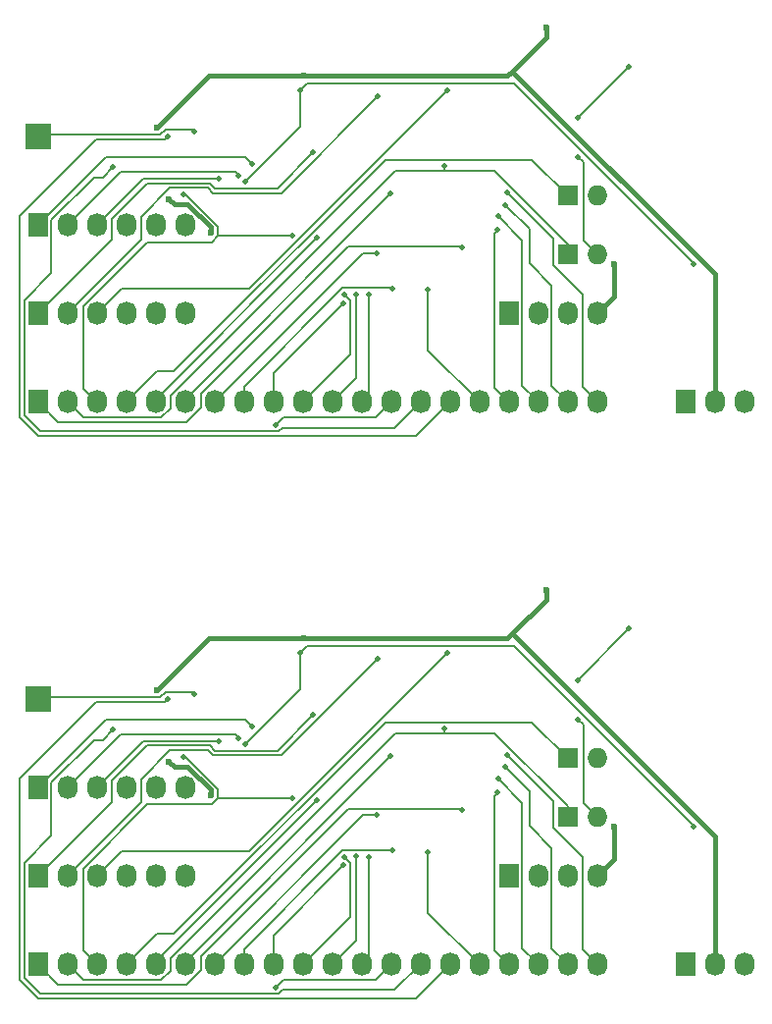
<source format=gbl>
G04 #@! TF.FileFunction,Copper,L2,Bot,Signal*
%FSLAX46Y46*%
G04 Gerber Fmt 4.6, Leading zero omitted, Abs format (unit mm)*
G04 Created by KiCad (PCBNEW 4.0.1-stable) date 2017/02/23 14:55:37*
%MOMM*%
G01*
G04 APERTURE LIST*
%ADD10C,0.100000*%
%ADD11R,1.727200X2.032000*%
%ADD12O,1.727200X2.032000*%
%ADD13R,2.235200X2.235200*%
%ADD14R,1.727200X1.727200*%
%ADD15O,1.727200X1.727200*%
%ADD16C,0.600000*%
%ADD17C,0.500000*%
%ADD18C,0.400000*%
%ADD19C,0.200000*%
G04 APERTURE END LIST*
D10*
D11*
X167640000Y-63260000D03*
D12*
X170180000Y-63260000D03*
X172720000Y-63260000D03*
X175260000Y-63260000D03*
D13*
X127000000Y-48020000D03*
D14*
X172720000Y-58180000D03*
D15*
X175260000Y-58180000D03*
D14*
X172720000Y-53100000D03*
D15*
X175260000Y-53100000D03*
D11*
X182880000Y-70880000D03*
D12*
X185420000Y-70880000D03*
X187960000Y-70880000D03*
D11*
X127000000Y-55640000D03*
D12*
X129540000Y-55640000D03*
X132080000Y-55640000D03*
X134620000Y-55640000D03*
X137160000Y-55640000D03*
X139700000Y-55640000D03*
D11*
X127000000Y-63260000D03*
D12*
X129540000Y-63260000D03*
X132080000Y-63260000D03*
X134620000Y-63260000D03*
X137160000Y-63260000D03*
X139700000Y-63260000D03*
D11*
X127000000Y-70880000D03*
D12*
X129540000Y-70880000D03*
X132080000Y-70880000D03*
X134620000Y-70880000D03*
X137160000Y-70880000D03*
X139700000Y-70880000D03*
X142240000Y-70880000D03*
X144780000Y-70880000D03*
X147320000Y-70880000D03*
X149860000Y-70880000D03*
X152400000Y-70880000D03*
X154940000Y-70880000D03*
X157480000Y-70880000D03*
X160020000Y-70880000D03*
X162560000Y-70880000D03*
X165100000Y-70880000D03*
X167640000Y-70880000D03*
X170180000Y-70880000D03*
X172720000Y-70880000D03*
X175260000Y-70880000D03*
D11*
X127000000Y-119380000D03*
D12*
X129540000Y-119380000D03*
X132080000Y-119380000D03*
X134620000Y-119380000D03*
X137160000Y-119380000D03*
X139700000Y-119380000D03*
X142240000Y-119380000D03*
X144780000Y-119380000D03*
X147320000Y-119380000D03*
X149860000Y-119380000D03*
X152400000Y-119380000D03*
X154940000Y-119380000D03*
X157480000Y-119380000D03*
X160020000Y-119380000D03*
X162560000Y-119380000D03*
X165100000Y-119380000D03*
X167640000Y-119380000D03*
X170180000Y-119380000D03*
X172720000Y-119380000D03*
X175260000Y-119380000D03*
D11*
X127000000Y-111760000D03*
D12*
X129540000Y-111760000D03*
X132080000Y-111760000D03*
X134620000Y-111760000D03*
X137160000Y-111760000D03*
X139700000Y-111760000D03*
D11*
X127000000Y-104140000D03*
D12*
X129540000Y-104140000D03*
X132080000Y-104140000D03*
X134620000Y-104140000D03*
X137160000Y-104140000D03*
X139700000Y-104140000D03*
D11*
X182880000Y-119380000D03*
D12*
X185420000Y-119380000D03*
X187960000Y-119380000D03*
D14*
X172720000Y-101600000D03*
D15*
X175260000Y-101600000D03*
D14*
X172720000Y-106680000D03*
D15*
X175260000Y-106680000D03*
D13*
X127000000Y-96520000D03*
D11*
X167640000Y-111760000D03*
D12*
X170180000Y-111760000D03*
X172720000Y-111760000D03*
X175260000Y-111760000D03*
D16*
X176751700Y-59004800D03*
X176751700Y-107504800D03*
X141895300Y-56258900D03*
X138317800Y-53421700D03*
X170899400Y-38610000D03*
X137299400Y-47258900D03*
X149949000Y-42770000D03*
X149949000Y-91270000D03*
X137299400Y-95758900D03*
X170899400Y-87110000D03*
X138317800Y-101921700D03*
X141895300Y-104758900D03*
D17*
X147521900Y-72872500D03*
X147521900Y-121372500D03*
X133480000Y-50640000D03*
X133480000Y-99140000D03*
X160655000Y-61218200D03*
X160655000Y-109718200D03*
X138172300Y-48028700D03*
X138172300Y-96528700D03*
X151068100Y-56740000D03*
X151068100Y-105240000D03*
X163566000Y-57545800D03*
X163566000Y-106045800D03*
X162086700Y-50567800D03*
X162086700Y-99067800D03*
X139574300Y-52971300D03*
X148927000Y-56542000D03*
X148927000Y-105042000D03*
X139574300Y-101471300D03*
X145507700Y-50390000D03*
X145507700Y-98890000D03*
X144322600Y-51360800D03*
X144322600Y-99860800D03*
X142650500Y-51620500D03*
X142650500Y-100120500D03*
X183612400Y-59006900D03*
X144873000Y-51911100D03*
X149622700Y-44040000D03*
X149622700Y-92540000D03*
X144873000Y-100411100D03*
X183612400Y-107506900D03*
X140519700Y-47564900D03*
X140519700Y-96064900D03*
X173635000Y-49738300D03*
X173635000Y-98238300D03*
X157422100Y-52930000D03*
X157422100Y-101430000D03*
X156199700Y-58022300D03*
X156199700Y-106522300D03*
X157584200Y-61076300D03*
X157584200Y-109576300D03*
X153387200Y-62343700D03*
X153387200Y-110843700D03*
X153488900Y-61642400D03*
X153488900Y-110142400D03*
X154433600Y-61583100D03*
X154433600Y-110083100D03*
X155575000Y-61608200D03*
X155575000Y-110108200D03*
X166695200Y-56068600D03*
X166695200Y-104568600D03*
X166702900Y-54835700D03*
X166702900Y-103335700D03*
X167326300Y-53876700D03*
X167326300Y-102376700D03*
X167465800Y-52800100D03*
X167465800Y-101300100D03*
X150755400Y-49354600D03*
X150755400Y-97854600D03*
X156365200Y-44546700D03*
X156365200Y-93046700D03*
X162312300Y-43996400D03*
X162312300Y-92496400D03*
X173568500Y-46386300D03*
X178019100Y-41935700D03*
X178019100Y-90435700D03*
X173568500Y-94886300D03*
D18*
X175260000Y-63260000D02*
X176751700Y-61768300D01*
X176751700Y-61768300D02*
X176751700Y-59004800D01*
X176751700Y-110268300D02*
X176751700Y-107504800D01*
X175260000Y-111760000D02*
X176751700Y-110268300D01*
X138317800Y-53421700D02*
X138760600Y-53864500D01*
X138760600Y-53864500D02*
X139940600Y-53864500D01*
X139940600Y-53864500D02*
X141895300Y-55819200D01*
X141895300Y-55819200D02*
X141895300Y-56258900D01*
X167952300Y-42360900D02*
X170899400Y-39413800D01*
X170899400Y-39413800D02*
X170899400Y-38610000D01*
X149949000Y-42770000D02*
X167543200Y-42770000D01*
X167543200Y-42770000D02*
X167952300Y-42360900D01*
X167952300Y-42360900D02*
X185420000Y-59828600D01*
X185420000Y-59828600D02*
X185420000Y-70880000D01*
X137299400Y-47258900D02*
X141788300Y-42770000D01*
X141788300Y-42770000D02*
X149949000Y-42770000D01*
X141788300Y-91270000D02*
X149949000Y-91270000D01*
X137299400Y-95758900D02*
X141788300Y-91270000D01*
X185420000Y-108328600D02*
X185420000Y-119380000D01*
X167952300Y-90860900D02*
X185420000Y-108328600D01*
X167543200Y-91270000D02*
X167952300Y-90860900D01*
X149949000Y-91270000D02*
X167543200Y-91270000D01*
X170899400Y-87913800D02*
X170899400Y-87110000D01*
X167952300Y-90860900D02*
X170899400Y-87913800D01*
X141895300Y-104319200D02*
X141895300Y-104758900D01*
X139940600Y-102364500D02*
X141895300Y-104319200D01*
X138760600Y-102364500D02*
X139940600Y-102364500D01*
X138317800Y-101921700D02*
X138760600Y-102364500D01*
D19*
X157480000Y-70880000D02*
X156163600Y-72196400D01*
X156163600Y-72196400D02*
X148198000Y-72196400D01*
X148198000Y-72196400D02*
X147521900Y-72872500D01*
X148198000Y-120696400D02*
X147521900Y-121372500D01*
X156163600Y-120696400D02*
X148198000Y-120696400D01*
X157480000Y-119380000D02*
X156163600Y-120696400D01*
X131855750Y-51515750D02*
X128164000Y-55207500D01*
X128164000Y-55207500D02*
X128164000Y-59791600D01*
X128164000Y-59791600D02*
X125836100Y-62119500D01*
X125836100Y-62119500D02*
X125836100Y-72047000D01*
X125836100Y-72047000D02*
X127211900Y-73422800D01*
X127211900Y-73422800D02*
X147749900Y-73422800D01*
X147749900Y-73422800D02*
X148076600Y-73096100D01*
X148076600Y-73096100D02*
X148076600Y-73096000D01*
X148076600Y-73096000D02*
X157804000Y-73096000D01*
X157804000Y-73096000D02*
X160020000Y-70880000D01*
X132604250Y-51515750D02*
X133480000Y-50640000D01*
X131855750Y-51515750D02*
X132604250Y-51515750D01*
X131855750Y-100015750D02*
X132604250Y-100015750D01*
X132604250Y-100015750D02*
X133480000Y-99140000D01*
X157804000Y-121596000D02*
X160020000Y-119380000D01*
X148076600Y-121596000D02*
X157804000Y-121596000D01*
X148076600Y-121596100D02*
X148076600Y-121596000D01*
X147749900Y-121922800D02*
X148076600Y-121596100D01*
X127211900Y-121922800D02*
X147749900Y-121922800D01*
X125836100Y-120547000D02*
X127211900Y-121922800D01*
X125836100Y-110619500D02*
X125836100Y-120547000D01*
X128164000Y-108291600D02*
X125836100Y-110619500D01*
X128164000Y-103707500D02*
X128164000Y-108291600D01*
X131855750Y-100015750D02*
X128164000Y-103707500D01*
X165100000Y-70880000D02*
X160655000Y-66435000D01*
X160655000Y-66435000D02*
X160655000Y-61218200D01*
X160655000Y-114935000D02*
X160655000Y-109718200D01*
X165100000Y-119380000D02*
X160655000Y-114935000D01*
X138172300Y-48028700D02*
X137941500Y-48259500D01*
X137941500Y-48259500D02*
X131986800Y-48259500D01*
X131986800Y-48259500D02*
X125418100Y-54828200D01*
X125418100Y-54828200D02*
X125418100Y-72230300D01*
X125418100Y-72230300D02*
X127010900Y-73823100D01*
X127010900Y-73823100D02*
X159616900Y-73823100D01*
X159616900Y-73823100D02*
X162560000Y-70880000D01*
X159616900Y-122323100D02*
X162560000Y-119380000D01*
X127010900Y-122323100D02*
X159616900Y-122323100D01*
X125418100Y-120730300D02*
X127010900Y-122323100D01*
X125418100Y-103328200D02*
X125418100Y-120730300D01*
X131986800Y-96759500D02*
X125418100Y-103328200D01*
X137941500Y-96759500D02*
X131986800Y-96759500D01*
X138172300Y-96528700D02*
X137941500Y-96759500D01*
X137160000Y-70880000D02*
X137160000Y-70648100D01*
X137160000Y-70648100D02*
X151068100Y-56740000D01*
X137160000Y-119148100D02*
X151068100Y-105240000D01*
X137160000Y-119380000D02*
X137160000Y-119148100D01*
X127000000Y-70880000D02*
X128765100Y-72645100D01*
X128765100Y-72645100D02*
X139775100Y-72645100D01*
X139775100Y-72645100D02*
X141076000Y-71344200D01*
X141076000Y-71344200D02*
X141076000Y-70192800D01*
X141076000Y-70192800D02*
X153796800Y-57472000D01*
X153796800Y-57472000D02*
X163492200Y-57472000D01*
X163492200Y-57472000D02*
X163566000Y-57545800D01*
X163492200Y-105972000D02*
X163566000Y-106045800D01*
X153796800Y-105972000D02*
X163492200Y-105972000D01*
X141076000Y-118692800D02*
X153796800Y-105972000D01*
X141076000Y-119844200D02*
X141076000Y-118692800D01*
X139775100Y-121145100D02*
X141076000Y-119844200D01*
X128765100Y-121145100D02*
X139775100Y-121145100D01*
X127000000Y-119380000D02*
X128765100Y-121145100D01*
X162086700Y-50939900D02*
X162086700Y-50567800D01*
X129540000Y-70880000D02*
X130904700Y-72244700D01*
X130904700Y-72244700D02*
X137617800Y-72244700D01*
X137617800Y-72244700D02*
X138430000Y-71432500D01*
X138430000Y-71432500D02*
X138430000Y-70351600D01*
X138430000Y-70351600D02*
X157841700Y-50939900D01*
X157841700Y-50939900D02*
X162086700Y-50939900D01*
X162086700Y-50939900D02*
X166394900Y-50939900D01*
X166394900Y-50939900D02*
X172720000Y-57265000D01*
X172720000Y-57265000D02*
X172720000Y-58180000D01*
X172720000Y-105765000D02*
X172720000Y-106680000D01*
X166394900Y-99439900D02*
X172720000Y-105765000D01*
X162086700Y-99439900D02*
X166394900Y-99439900D01*
X157841700Y-99439900D02*
X162086700Y-99439900D01*
X138430000Y-118851600D02*
X157841700Y-99439900D01*
X138430000Y-119932500D02*
X138430000Y-118851600D01*
X137617800Y-120744700D02*
X138430000Y-119932500D01*
X130904700Y-120744700D02*
X137617800Y-120744700D01*
X129540000Y-119380000D02*
X130904700Y-120744700D01*
X162086700Y-99439900D02*
X162086700Y-99067800D01*
X172720000Y-53100000D02*
X169621800Y-50001800D01*
X169621800Y-50001800D02*
X156965000Y-50001800D01*
X156965000Y-50001800D02*
X138745700Y-68221100D01*
X138745700Y-68221100D02*
X137278900Y-68221100D01*
X137278900Y-68221100D02*
X134620000Y-70880000D01*
X137278900Y-116721100D02*
X134620000Y-119380000D01*
X138745700Y-116721100D02*
X137278900Y-116721100D01*
X156965000Y-98501800D02*
X138745700Y-116721100D01*
X169621800Y-98501800D02*
X156965000Y-98501800D01*
X172720000Y-101600000D02*
X169621800Y-98501800D01*
X148927000Y-56542000D02*
X142551100Y-56542000D01*
X142551100Y-56542000D02*
X142551100Y-55767300D01*
X142551100Y-55767300D02*
X139755100Y-52971300D01*
X139755100Y-52971300D02*
X139574300Y-52971300D01*
X132080000Y-70880000D02*
X130912300Y-69712300D01*
X130912300Y-69712300D02*
X130912300Y-62619000D01*
X130912300Y-62619000D02*
X136436600Y-57094700D01*
X136436600Y-57094700D02*
X141998400Y-57094700D01*
X141998400Y-57094700D02*
X142551100Y-56542000D01*
X141998400Y-105594700D02*
X142551100Y-105042000D01*
X136436600Y-105594700D02*
X141998400Y-105594700D01*
X130912300Y-111119000D02*
X136436600Y-105594700D01*
X130912300Y-118212300D02*
X130912300Y-111119000D01*
X132080000Y-119380000D02*
X130912300Y-118212300D01*
X139755100Y-101471300D02*
X139574300Y-101471300D01*
X142551100Y-104267300D02*
X139755100Y-101471300D01*
X142551100Y-105042000D02*
X142551100Y-104267300D01*
X148927000Y-105042000D02*
X142551100Y-105042000D01*
X127000000Y-55640000D02*
X132853400Y-49786600D01*
X132853400Y-49786600D02*
X144904300Y-49786600D01*
X144904300Y-49786600D02*
X145507700Y-50390000D01*
X144904300Y-98286600D02*
X145507700Y-98890000D01*
X132853400Y-98286600D02*
X144904300Y-98286600D01*
X127000000Y-104140000D02*
X132853400Y-98286600D01*
X144322600Y-51360800D02*
X144032000Y-51070200D01*
X144032000Y-51070200D02*
X134109800Y-51070200D01*
X134109800Y-51070200D02*
X129540000Y-55640000D01*
X134109800Y-99570200D02*
X129540000Y-104140000D01*
X144032000Y-99570200D02*
X134109800Y-99570200D01*
X144322600Y-99860800D02*
X144032000Y-99570200D01*
X142650500Y-51620500D02*
X142650300Y-51620300D01*
X142650300Y-51620300D02*
X136099700Y-51620300D01*
X136099700Y-51620300D02*
X132080000Y-55640000D01*
X136099700Y-100120300D02*
X132080000Y-104140000D01*
X142650300Y-100120300D02*
X136099700Y-100120300D01*
X142650500Y-100120500D02*
X142650300Y-100120300D01*
X149622700Y-44040000D02*
X149622700Y-47161400D01*
X149622700Y-47161400D02*
X144873000Y-51911100D01*
X149622700Y-44040000D02*
X150246200Y-43416500D01*
X150246200Y-43416500D02*
X168098200Y-43416500D01*
X168098200Y-43416500D02*
X183612400Y-58930700D01*
X183612400Y-58930700D02*
X183612400Y-59006900D01*
X183612400Y-107430700D02*
X183612400Y-107506900D01*
X168098200Y-91916500D02*
X183612400Y-107430700D01*
X150246200Y-91916500D02*
X168098200Y-91916500D01*
X149622700Y-92540000D02*
X150246200Y-91916500D01*
X149622700Y-95661400D02*
X144873000Y-100411100D01*
X149622700Y-92540000D02*
X149622700Y-95661400D01*
X140519700Y-47564900D02*
X140359800Y-47405000D01*
X140359800Y-47405000D02*
X138002300Y-47405000D01*
X138002300Y-47405000D02*
X137548100Y-47859200D01*
X137548100Y-47859200D02*
X127160800Y-47859200D01*
X127160800Y-47859200D02*
X127000000Y-48020000D01*
X127160800Y-96359200D02*
X127000000Y-96520000D01*
X137548100Y-96359200D02*
X127160800Y-96359200D01*
X138002300Y-95905000D02*
X137548100Y-96359200D01*
X140359800Y-95905000D02*
X138002300Y-95905000D01*
X140519700Y-96064900D02*
X140359800Y-95905000D01*
X175260000Y-58180000D02*
X174065400Y-56985400D01*
X174065400Y-56985400D02*
X174065400Y-50168700D01*
X174065400Y-50168700D02*
X173635000Y-49738300D01*
X174065400Y-98668700D02*
X173635000Y-98238300D01*
X174065400Y-105485400D02*
X174065400Y-98668700D01*
X175260000Y-106680000D02*
X174065400Y-105485400D01*
X139700000Y-70880000D02*
X139700000Y-70652100D01*
X139700000Y-70652100D02*
X157422100Y-52930000D01*
X139700000Y-119152100D02*
X157422100Y-101430000D01*
X139700000Y-119380000D02*
X139700000Y-119152100D01*
X142240000Y-70880000D02*
X155097700Y-58022300D01*
X155097700Y-58022300D02*
X156199700Y-58022300D01*
X155097700Y-106522300D02*
X156199700Y-106522300D01*
X142240000Y-119380000D02*
X155097700Y-106522300D01*
X157584200Y-61076300D02*
X157540700Y-61032800D01*
X157540700Y-61032800D02*
X153320300Y-61032800D01*
X153320300Y-61032800D02*
X144780000Y-69573100D01*
X144780000Y-69573100D02*
X144780000Y-70880000D01*
X144780000Y-118073100D02*
X144780000Y-119380000D01*
X153320300Y-109532800D02*
X144780000Y-118073100D01*
X157540700Y-109532800D02*
X153320300Y-109532800D01*
X157584200Y-109576300D02*
X157540700Y-109532800D01*
X153387200Y-62343700D02*
X147320000Y-68410900D01*
X147320000Y-68410900D02*
X147320000Y-70880000D01*
X147320000Y-116910900D02*
X147320000Y-119380000D01*
X153387200Y-110843700D02*
X147320000Y-116910900D01*
X149860000Y-70880000D02*
X153937500Y-66802500D01*
X153937500Y-66802500D02*
X153937500Y-62115700D01*
X153937500Y-62115700D02*
X153609600Y-61787800D01*
X153609600Y-61787800D02*
X153609500Y-61787800D01*
X153609500Y-61787800D02*
X153609500Y-61763000D01*
X153609500Y-61763000D02*
X153488900Y-61642400D01*
X153609500Y-110263000D02*
X153488900Y-110142400D01*
X153609500Y-110287800D02*
X153609500Y-110263000D01*
X153609600Y-110287800D02*
X153609500Y-110287800D01*
X153937500Y-110615700D02*
X153609600Y-110287800D01*
X153937500Y-115302500D02*
X153937500Y-110615700D01*
X149860000Y-119380000D02*
X153937500Y-115302500D01*
X152400000Y-70880000D02*
X154433600Y-68846400D01*
X154433600Y-68846400D02*
X154433600Y-61583100D01*
X154433600Y-117346400D02*
X154433600Y-110083100D01*
X152400000Y-119380000D02*
X154433600Y-117346400D01*
X154940000Y-70880000D02*
X155575000Y-70245000D01*
X155575000Y-70245000D02*
X155575000Y-61608200D01*
X155575000Y-118745000D02*
X155575000Y-110108200D01*
X154940000Y-119380000D02*
X155575000Y-118745000D01*
X167640000Y-70880000D02*
X166420400Y-69660400D01*
X166420400Y-69660400D02*
X166420400Y-56343400D01*
X166420400Y-56343400D02*
X166695200Y-56068600D01*
X166420400Y-104843400D02*
X166695200Y-104568600D01*
X166420400Y-118160400D02*
X166420400Y-104843400D01*
X167640000Y-119380000D02*
X166420400Y-118160400D01*
X170180000Y-70880000D02*
X168804000Y-69504000D01*
X168804000Y-69504000D02*
X168804000Y-56936800D01*
X168804000Y-56936800D02*
X166702900Y-54835700D01*
X168804000Y-105436800D02*
X166702900Y-103335700D01*
X168804000Y-118004000D02*
X168804000Y-105436800D01*
X170180000Y-119380000D02*
X168804000Y-118004000D01*
X172720000Y-70880000D02*
X171343900Y-69503900D01*
X171343900Y-69503900D02*
X171343900Y-60873600D01*
X171343900Y-60873600D02*
X169416600Y-58946300D01*
X169416600Y-58946300D02*
X169416600Y-55967000D01*
X169416600Y-55967000D02*
X167326300Y-53876700D01*
X169416600Y-104467000D02*
X167326300Y-102376700D01*
X169416600Y-107446300D02*
X169416600Y-104467000D01*
X171343900Y-109373600D02*
X169416600Y-107446300D01*
X171343900Y-118003900D02*
X171343900Y-109373600D01*
X172720000Y-119380000D02*
X171343900Y-118003900D01*
X175260000Y-70880000D02*
X173990000Y-69610000D01*
X173990000Y-69610000D02*
X173990000Y-61602300D01*
X173990000Y-61602300D02*
X171450000Y-59062300D01*
X171450000Y-59062300D02*
X171450000Y-56784300D01*
X171450000Y-56784300D02*
X167465800Y-52800100D01*
X171450000Y-105284300D02*
X167465800Y-101300100D01*
X171450000Y-107562300D02*
X171450000Y-105284300D01*
X173990000Y-110102300D02*
X171450000Y-107562300D01*
X173990000Y-118110000D02*
X173990000Y-110102300D01*
X175260000Y-119380000D02*
X173990000Y-118110000D01*
X127000000Y-63260000D02*
X133350000Y-56910000D01*
X133350000Y-56910000D02*
X133350000Y-55069700D01*
X133350000Y-55069700D02*
X136399000Y-52020700D01*
X136399000Y-52020700D02*
X141840400Y-52020700D01*
X141840400Y-52020700D02*
X142281100Y-52461400D01*
X142281100Y-52461400D02*
X147648600Y-52461400D01*
X147648600Y-52461400D02*
X150755400Y-49354600D01*
X147648600Y-100961400D02*
X150755400Y-97854600D01*
X142281100Y-100961400D02*
X147648600Y-100961400D01*
X141840400Y-100520700D02*
X142281100Y-100961400D01*
X136399000Y-100520700D02*
X141840400Y-100520700D01*
X133350000Y-103569700D02*
X136399000Y-100520700D01*
X133350000Y-105410000D02*
X133350000Y-103569700D01*
X127000000Y-111760000D02*
X133350000Y-105410000D01*
X129540000Y-63260000D02*
X135910900Y-56889100D01*
X135910900Y-56889100D02*
X135910900Y-54905900D01*
X135910900Y-54905900D02*
X138395800Y-52421000D01*
X138395800Y-52421000D02*
X141674600Y-52421000D01*
X141674600Y-52421000D02*
X142115300Y-52861700D01*
X142115300Y-52861700D02*
X148050200Y-52861700D01*
X148050200Y-52861700D02*
X156365200Y-44546700D01*
X148050200Y-101361700D02*
X156365200Y-93046700D01*
X142115300Y-101361700D02*
X148050200Y-101361700D01*
X141674600Y-100921000D02*
X142115300Y-101361700D01*
X138395800Y-100921000D02*
X141674600Y-100921000D01*
X135910900Y-103405900D02*
X138395800Y-100921000D01*
X135910900Y-105389100D02*
X135910900Y-103405900D01*
X129540000Y-111760000D02*
X135910900Y-105389100D01*
X162312300Y-43996400D02*
X145206200Y-61102500D01*
X145206200Y-61102500D02*
X134237400Y-61102500D01*
X134237400Y-61102500D02*
X134237400Y-61102600D01*
X134237400Y-61102600D02*
X132080000Y-63260000D01*
X134237400Y-109602600D02*
X132080000Y-111760000D01*
X134237400Y-109602500D02*
X134237400Y-109602600D01*
X145206200Y-109602500D02*
X134237400Y-109602500D01*
X162312300Y-92496400D02*
X145206200Y-109602500D01*
X173568500Y-46386300D02*
X178019100Y-41935700D01*
X173568500Y-94886300D02*
X178019100Y-90435700D01*
M02*

</source>
